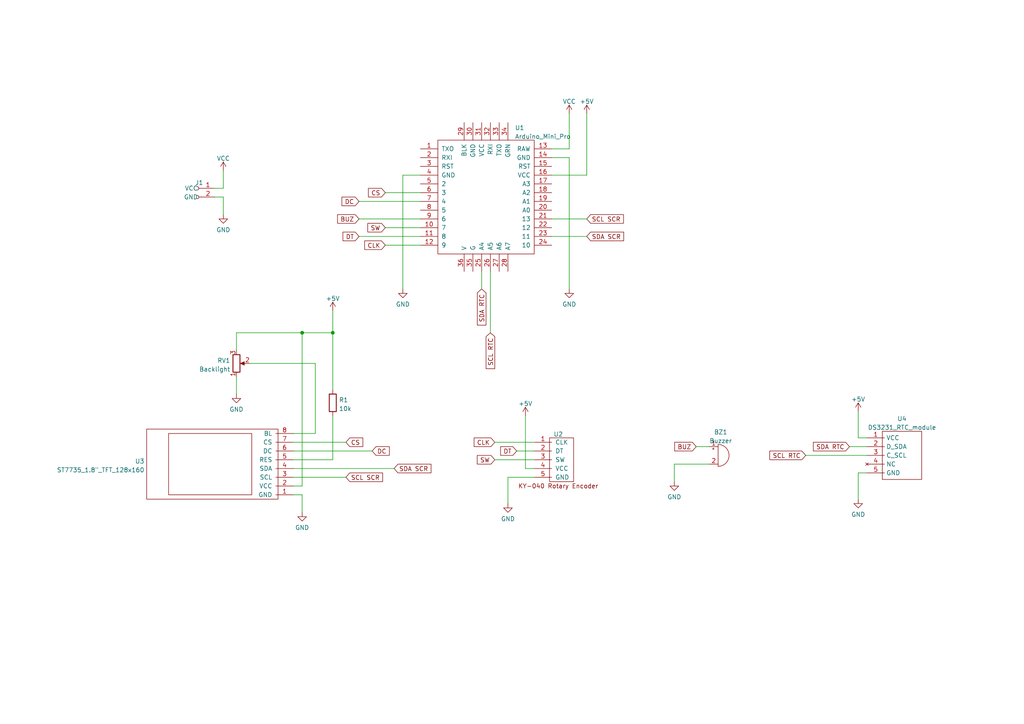
<source format=kicad_sch>
(kicad_sch (version 20211123) (generator eeschema)
  (paper "A4")
  (lib_symbols
    (symbol "Device:Buzzer" (pin_names (offset 0.0254) hide)
      (property "Reference" "BZ" (at 3.81 1.27 0))
      (property "Value" "Buzzer" (at 3.81 -1.27 0))
      (symbol "Buzzer_0_1"
        (arc (start 0 -3.175) (mid 3.175 0) (end 0 3.175))
        (polyline (pts (xy -1.651 1.905) (xy -1.143 1.905)))
        (polyline (pts (xy -1.397 2.159) (xy -1.397 1.651)))
        (polyline (pts (xy 0 3.175) (xy 0 -3.175)))
      )
      (symbol "Buzzer_1_1"
        (pin passive line (at -2.54 2.54 0) (length 2.54) (name "-") (number "1"))
        (pin passive line (at -2.54 -2.54 0) (length 2.54) (name "+") (number "2"))
      )
    )
    (symbol "Device:R" (pin_numbers hide) (pin_names (offset 0))
      (property "Reference" "R" (at 2.032 0 90))
      (property "Value" "R" (at 0 0 90))
      (symbol "R_0_1"
        (rectangle (start -1.016 -2.54) (end 1.016 2.54) (stroke (width 0.254)))
      )
      (symbol "R_1_1"
        (pin passive line (at 0 3.81 270) (length 1.27) (name "~") (number "1"))
        (pin passive line (at 0 -3.81 90) (length 1.27) (name "~") (number "2"))
      )
    )
    (symbol "Device:R_Potentiometer" (pin_names (offset 1.016) hide)
      (property "Reference" "RV" (at -4.445 0 90))
      (property "Value" "R_Potentiometer" (at -2.54 0 90))
      (symbol "R_Potentiometer_0_1"
        (polyline (pts (xy 2.54 0) (xy 1.524 0)))
        (polyline (pts (xy 1.143 0) (xy 2.286 0.508) (xy 2.286 -0.508) (xy 1.143 0)) (fill (type outline)))
        (rectangle (start 1.016 2.54) (end -1.016 -2.54) (stroke (width 0.254)))
      )
      (symbol "R_Potentiometer_1_1"
        (pin passive line (at 0 3.81 270) (length 1.27) (name "1") (number "1"))
        (pin passive line (at 3.81 0 180) (length 1.27) (name "2") (number "2"))
        (pin passive line (at 0 -3.81 90) (length 1.27) (name "3") (number "3"))
      )
    )
    (symbol "My_Arduino:Arduino_Mini_Pro" (pin_names (offset 1.016))
      (property "Reference" "U" (at 6.35 3.81 0))
      (property "Value" "Arduino_Mini_Pro" (at 1.27 7.62 0))
      (symbol "Arduino_Mini_Pro_0_1"
        (rectangle (start 5.08 2.54) (end 33.02 -30.48))
      )
      (symbol "Arduino_Mini_Pro_1_1"
        (pin output line (at 0 0 0) (length 5.08) (name "TXO") (number "1"))
        (pin bidirectional line (at 0 -22.86 0) (length 5.08) (name "7") (number "10"))
        (pin bidirectional line (at 0 -25.4 0) (length 5.08) (name "8") (number "11"))
        (pin bidirectional line (at 0 -27.94 0) (length 5.08) (name "9") (number "12"))
        (pin power_in line (at 38.1 0 180) (length 5.08) (name "RAW") (number "13"))
        (pin power_in line (at 38.1 -2.54 180) (length 5.08) (name "GND") (number "14"))
        (pin input line (at 38.1 -5.08 180) (length 5.08) (name "RST") (number "15"))
        (pin power_out line (at 38.1 -7.62 180) (length 5.08) (name "VCC") (number "16"))
        (pin bidirectional line (at 38.1 -10.16 180) (length 5.08) (name "A3") (number "17"))
        (pin bidirectional line (at 38.1 -12.7 180) (length 5.08) (name "A2") (number "18"))
        (pin bidirectional line (at 38.1 -15.24 180) (length 5.08) (name "A1") (number "19"))
        (pin input line (at 0 -2.54 0) (length 5.08) (name "RXI") (number "2"))
        (pin bidirectional line (at 38.1 -17.78 180) (length 5.08) (name "A0") (number "20"))
        (pin bidirectional line (at 38.1 -20.32 180) (length 5.08) (name "13") (number "21"))
        (pin bidirectional line (at 38.1 -22.86 180) (length 5.08) (name "12") (number "22"))
        (pin bidirectional line (at 38.1 -25.4 180) (length 5.08) (name "11") (number "23"))
        (pin bidirectional line (at 38.1 -27.94 180) (length 5.08) (name "10") (number "24"))
        (pin bidirectional line (at 17.78 -35.56 90) (length 5.08) (name "A4") (number "25"))
        (pin bidirectional line (at 20.32 -35.56 90) (length 5.08) (name "A5") (number "26"))
        (pin bidirectional line (at 22.86 -35.56 90) (length 5.08) (name "A6") (number "27"))
        (pin bidirectional line (at 25.4 -35.56 90) (length 5.08) (name "A7") (number "28"))
        (pin input line (at 12.7 7.62 270) (length 5.08) (name "BLK") (number "29"))
        (pin input line (at 0 -5.08 0) (length 5.08) (name "RST") (number "3"))
        (pin passive line (at 15.24 7.62 270) (length 5.08) (name "GND") (number "30"))
        (pin power_in line (at 17.78 7.62 270) (length 5.08) (name "VCC") (number "31"))
        (pin input line (at 20.32 7.62 270) (length 5.08) (name "RXI") (number "32"))
        (pin output line (at 22.86 7.62 270) (length 5.08) (name "TXO") (number "33"))
        (pin input line (at 25.4 7.62 270) (length 5.08) (name "GRN") (number "34"))
        (pin passive line (at 15.24 -35.56 90) (length 5.08) (name "G") (number "35"))
        (pin power_out line (at 12.7 -35.56 90) (length 5.08) (name "V") (number "36"))
        (pin passive line (at 0 -7.62 0) (length 5.08) (name "GND") (number "4"))
        (pin bidirectional line (at 0 -10.16 0) (length 5.08) (name "2") (number "5"))
        (pin bidirectional line (at 0 -12.7 0) (length 5.08) (name "3") (number "6"))
        (pin bidirectional line (at 0 -15.24 0) (length 5.08) (name "4") (number "7"))
        (pin bidirectional line (at 0 -17.78 0) (length 5.08) (name "5") (number "8"))
        (pin bidirectional line (at 0 -20.32 0) (length 5.08) (name "6") (number "9"))
      )
    )
    (symbol "My_Headers:2-pin_power_input_header" (pin_names (offset 1.016))
      (property "Reference" "J" (at 0 2.54 0))
      (symbol "2-pin_power_input_header_1_1"
        (arc (start 0 -2.032) (mid -0.508 -2.54) (end 0 -3.048) (stroke (width 0.1524)))
        (polyline (pts (xy -1.27 -2.54) (xy -0.508 -2.54)) (stroke (width 0.1524)))
        (polyline (pts (xy -1.27 0) (xy -0.508 0)) (stroke (width 0.1524)))
        (arc (start 0 0.508) (mid -0.508 0) (end 0 -0.508) (stroke (width 0.1524)))
        (pin power_out line (at -5.08 0 0) (length 3.81) (name "VCC") (number "1"))
        (pin power_out line (at -5.08 -2.54 0) (length 3.81) (name "GND") (number "2"))
      )
    )
    (symbol "My_Parts:DS3231_RTC_module"
      (property "Reference" "U" (at 5.715 3.175 0))
      (property "Value" "DS3231_RTC_module" (at 8.89 -13.335 0))
      (symbol "DS3231_RTC_module_0_1"
        (polyline (pts (xy 4.445 1.905) (xy 4.445 -12.065) (xy 15.875 -12.065) (xy 15.875 1.905) (xy 4.445 1.905)) (stroke (width 0.1524)))
      )
      (symbol "DS3231_RTC_module_1_1"
        (pin power_in line (at 0 -10.16 0) (length 5.08) (name "VCC") (number "1"))
        (pin bidirectional line (at 0 -7.62 0) (length 5.08) (name "D_SDA") (number "2"))
        (pin bidirectional line (at 0 -5.08 0) (length 5.08) (name "C_SCL") (number "3"))
        (pin no_connect line (at 0 -2.54 0) (length 5.08) (name "NC") (number "4"))
        (pin power_in line (at 0 0 0) (length 5.08) (name "GND") (number "5"))
      )
    )
    (symbol "My_Parts:KY-040_Rotary_Encoder" (pin_names (offset 1.016))
      (property "Reference" "U" (at 0.635 2.54 0))
      (symbol "KY-040_Rotary_Encoder_0_0"
        (text "KY-040 Rotary Encoder" (at 1.905 -12.7 0) (effects (font (size 1.27 1.27))))
      )
      (symbol "KY-040_Rotary_Encoder_0_1"
        (rectangle (start -0.635 -11.43) (end 6.35 1.27))
      )
      (symbol "KY-040_Rotary_Encoder_1_1"
        (pin output line (at -5.08 0 0) (length 5.08) (name "CLK") (number "1"))
        (pin output line (at -5.08 -2.54 0) (length 5.08) (name "DT") (number "2"))
        (pin output line (at -5.08 -5.08 0) (length 5.08) (name "SW") (number "3"))
        (pin power_in line (at -5.08 -7.62 0) (length 5.08) (name "VCC") (number "4"))
        (pin power_in line (at -5.08 -10.16 0) (length 5.08) (name "GND") (number "5"))
      )
    )
    (symbol "My_Parts:ST7735_1.8{dblquote}_TFT_128x160" (pin_names (offset 1.016))
      (property "Reference" "U" (at 6.35 3.175 0))
      (property "Value" "ST7735_1.8{dblquote}_TFT_128x160" (at 24.13 -20.955 0))
      (symbol "ST7735_1.8{dblquote}_TFT_128x160_0_1"
        (rectangle (start 4.445 1.27) (end 42.545 -19.05))
        (rectangle (start 12.065 0) (end 36.195 -17.78))
      )
      (symbol "ST7735_1.8{dblquote}_TFT_128x160_1_1"
        (pin power_in line (at 0 -17.78 0) (length 5.08) (name "GND") (number "1"))
        (pin power_in line (at 0 -15.24 0) (length 5.08) (name "VCC") (number "2"))
        (pin input line (at 0 -12.7 0) (length 5.08) (name "SCL") (number "3"))
        (pin input line (at 0 -10.16 0) (length 5.08) (name "SDA") (number "4"))
        (pin input line (at 0 -7.62 0) (length 5.08) (name "RES") (number "5"))
        (pin input line (at 0 -5.08 0) (length 5.08) (name "DC") (number "6"))
        (pin input line (at 0 -2.54 0) (length 5.08) (name "CS") (number "7"))
        (pin input line (at 0 0 0) (length 5.08) (name "BL") (number "8"))
      )
    )
    (symbol "power:+5V" (power) (pin_names (offset 0))
      (property "Value" "+5V" (at 0 3.556 0))
      (symbol "+5V_0_1"
        (polyline (pts (xy -0.762 1.27) (xy 0 2.54)))
        (polyline (pts (xy 0 0) (xy 0 2.54)))
        (polyline (pts (xy 0 2.54) (xy 0.762 1.27)))
      )
      (symbol "+5V_1_1"
        (pin power_in line (at 0 0 90) (length 0) hide (name "+5V") (number "1"))
      )
    )
    (symbol "power:GND" (power) (pin_names (offset 0))
      (property "Value" "GND" (at 0 -3.81 0))
      (symbol "GND_0_1"
        (polyline (pts (xy 0 0) (xy 0 -1.27) (xy 1.27 -1.27) (xy 0 -2.54) (xy -1.27 -1.27) (xy 0 -1.27)))
      )
      (symbol "GND_1_1"
        (pin power_in line (at 0 0 270) (length 0) hide (name "GND") (number "1"))
      )
    )
    (symbol "power:VCC" (power) (pin_names (offset 0))
      (property "Value" "VCC" (at 0 3.81 0))
      (symbol "VCC_0_1"
        (polyline (pts (xy -0.762 1.27) (xy 0 2.54)))
        (polyline (pts (xy 0 0) (xy 0 2.54)))
        (polyline (pts (xy 0 2.54) (xy 0.762 1.27)))
      )
      (symbol "VCC_1_1"
        (pin power_in line (at 0 0 90) (length 0) hide (name "VCC") (number "1"))
      )
    )
  )
  (junction (at 96.52 96.52))
  (junction (at 87.63 96.52))
  (wire (pts (xy 64.77 57.15) (xy 64.77 62.23)))
  (wire (pts (xy 62.23 54.61) (xy 64.77 54.61)))
  (wire (pts (xy 160.02 63.5) (xy 170.18 63.5)))
  (wire (pts (xy 111.76 71.12) (xy 121.92 71.12)))
  (wire (pts (xy 68.58 96.52) (xy 87.63 96.52)))
  (wire (pts (xy 165.1 33.02) (xy 165.1 43.18)))
  (wire (pts (xy 160.02 43.18) (xy 165.1 43.18)))
  (wire (pts (xy 233.68 132.08) (xy 251.46 132.08)))
  (wire (pts (xy 154.94 138.43) (xy 147.32 138.43)))
  (wire (pts (xy 111.76 55.88) (xy 121.92 55.88)))
  (wire (pts (xy 85.09 128.27) (xy 100.33 128.27)))
  (wire (pts (xy 248.92 127) (xy 248.92 119.38)))
  (wire (pts (xy 195.58 134.62) (xy 195.58 139.7)))
  (wire (pts (xy 170.18 33.02) (xy 170.18 50.8)))
  (wire (pts (xy 165.1 83.82) (xy 165.1 45.72)))
  (wire (pts (xy 143.51 133.35) (xy 154.94 133.35)))
  (wire (pts (xy 104.14 68.58) (xy 121.92 68.58)))
  (wire (pts (xy 68.58 109.22) (xy 68.58 114.3)))
  (wire (pts (xy 91.44 105.41) (xy 91.44 125.73)))
  (wire (pts (xy 64.77 54.61) (xy 64.77 49.53)))
  (wire (pts (xy 87.63 143.51) (xy 87.63 148.59)))
  (wire (pts (xy 121.92 58.42) (xy 104.14 58.42)))
  (wire (pts (xy 85.09 143.51) (xy 87.63 143.51)))
  (wire (pts (xy 248.92 144.78) (xy 248.92 137.16)))
  (wire (pts (xy 139.7 78.74) (xy 139.7 83.82)))
  (wire (pts (xy 152.4 135.89) (xy 152.4 120.65)))
  (wire (pts (xy 87.63 96.52) (xy 87.63 140.97)))
  (wire (pts (xy 85.09 135.89) (xy 114.3 135.89)))
  (wire (pts (xy 147.32 138.43) (xy 147.32 146.05)))
  (wire (pts (xy 111.76 66.04) (xy 121.92 66.04)))
  (wire (pts (xy 205.74 134.62) (xy 195.58 134.62)))
  (wire (pts (xy 248.92 127) (xy 251.46 127)))
  (wire (pts (xy 160.02 68.58) (xy 170.18 68.58)))
  (wire (pts (xy 85.09 140.97) (xy 87.63 140.97)))
  (wire (pts (xy 143.51 128.27) (xy 154.94 128.27)))
  (wire (pts (xy 72.39 105.41) (xy 91.44 105.41)))
  (wire (pts (xy 96.52 113.03) (xy 96.52 96.52)))
  (wire (pts (xy 87.63 96.52) (xy 96.52 96.52)))
  (wire (pts (xy 96.52 133.35) (xy 96.52 120.65)))
  (wire (pts (xy 104.14 63.5) (xy 121.92 63.5)))
  (wire (pts (xy 68.58 101.6) (xy 68.58 96.52)))
  (wire (pts (xy 85.09 130.81) (xy 107.95 130.81)))
  (wire (pts (xy 85.09 133.35) (xy 96.52 133.35)))
  (wire (pts (xy 154.94 130.81) (xy 149.86 130.81)))
  (wire (pts (xy 85.09 138.43) (xy 100.33 138.43)))
  (wire (pts (xy 160.02 50.8) (xy 170.18 50.8)))
  (wire (pts (xy 85.09 125.73) (xy 91.44 125.73)))
  (wire (pts (xy 154.94 135.89) (xy 152.4 135.89)))
  (wire (pts (xy 248.92 137.16) (xy 251.46 137.16)))
  (wire (pts (xy 246.38 129.54) (xy 251.46 129.54)))
  (wire (pts (xy 96.52 90.17) (xy 96.52 96.52)))
  (wire (pts (xy 116.84 50.8) (xy 116.84 83.82)))
  (wire (pts (xy 201.93 129.54) (xy 205.74 129.54)))
  (wire (pts (xy 160.02 45.72) (xy 165.1 45.72)))
  (wire (pts (xy 142.24 78.74) (xy 142.24 96.52)))
  (wire (pts (xy 121.92 50.8) (xy 116.84 50.8)))
  (wire (pts (xy 62.23 57.15) (xy 64.77 57.15)))
  (global_label "SCL SCR" (shape input) (at 170.18 63.5 0) (property "Intersheet References" "${INTERSHEET_REFS}" (effects hide)))
  (global_label "SDA SCR" (shape input) (at 170.18 68.58 0) (property "Intersheet References" "${INTERSHEET_REFS}" (effects hide)))
  (global_label "DT" (shape input) (at 149.86 130.81 180) (property "Intersheet References" "${INTERSHEET_REFS}" (effects hide)))
  (global_label "SDA RTC" (shape input) (at 139.7 83.82 270) (property "Intersheet References" "${INTERSHEET_REFS}" (effects hide)))
  (global_label "CLK" (shape input) (at 143.51 128.27 180) (property "Intersheet References" "${INTERSHEET_REFS}" (effects hide)))
  (global_label "BUZ" (shape input) (at 104.14 63.5 180) (property "Intersheet References" "${INTERSHEET_REFS}" (effects hide)))
  (global_label "CS" (shape input) (at 111.76 55.88 180) (property "Intersheet References" "${INTERSHEET_REFS}" (effects hide)))
  (global_label "SCL RTC" (shape input) (at 142.24 96.52 270) (property "Intersheet References" "${INTERSHEET_REFS}" (effects hide)))
  (global_label "SDA SCR" (shape input) (at 114.3 135.89 0) (property "Intersheet References" "${INTERSHEET_REFS}" (effects hide)))
  (global_label "DC" (shape input) (at 104.14 58.42 180) (property "Intersheet References" "${INTERSHEET_REFS}" (effects hide)))
  (global_label "SW" (shape input) (at 143.51 133.35 180) (property "Intersheet References" "${INTERSHEET_REFS}" (effects hide)))
  (global_label "DC" (shape input) (at 107.95 130.81 0) (property "Intersheet References" "${INTERSHEET_REFS}" (effects hide)))
  (global_label "SW" (shape input) (at 111.76 66.04 180) (property "Intersheet References" "${INTERSHEET_REFS}" (effects hide)))
  (global_label "BUZ" (shape input) (at 201.93 129.54 180) (property "Intersheet References" "${INTERSHEET_REFS}" (effects hide)))
  (global_label "SCL RTC" (shape input) (at 233.68 132.08 180) (property "Intersheet References" "${INTERSHEET_REFS}" (effects hide)))
  (global_label "CLK" (shape input) (at 111.76 71.12 180) (property "Intersheet References" "${INTERSHEET_REFS}" (effects hide)))
  (global_label "SDA RTC" (shape input) (at 246.38 129.54 180) (property "Intersheet References" "${INTERSHEET_REFS}" (effects hide)))
  (global_label "SCL SCR" (shape input) (at 100.33 138.43 0) (property "Intersheet References" "${INTERSHEET_REFS}" (effects hide)))
  (global_label "CS" (shape input) (at 100.33 128.27 0) (property "Intersheet References" "${INTERSHEET_REFS}" (effects hide)))
  (global_label "DT" (shape input) (at 104.14 68.58 180) (property "Intersheet References" "${INTERSHEET_REFS}" (effects hide)))
  (symbol (lib_id "My_Arduino:Arduino_Mini_Pro") (at 121.92 43.18 0) (unit 1)
    (property "Reference" "U1" (at 149.3394 37.0672 0) (effects (justify left)))
    (property "Value" "Arduino_Mini_Pro" (at 149.3394 39.6041 0) (effects (justify left)))
    (property "Footprint" "My_Arduino:Arduino_Pro_Mini_vA_sides_n_A4,A5_large" (effects hide))
  )
  (symbol (lib_id "My_Parts:ST7735_1.8{dblquote}_TFT_128x160") (at 85.09 125.73 0) (mirror y) (unit 1)
    (property "Reference" "U3" (at 41.91 133.7853 0) (effects (justify left)))
    (property "Value" "ST7735_1.8\"_TFT_128x160" (at 41.91 136.3222 0) (effects (justify left)))
    (property "Footprint" "My_Parts:ST7735_1.8_TFT_display_128x160_large" (effects hide))
  )
  (symbol (lib_id "power:GND") (at 165.1 83.82 0) (unit 1)
    (property "Reference" "#PWR0113" (effects hide))
    (property "Value" "GND" (at 165.1 88.2634 0))
  )
  (symbol (lib_id "power:GND") (at 147.32 146.05 0) (unit 1)
    (property "Reference" "#PWR0112" (effects hide))
    (property "Value" "GND" (at 147.32 150.4934 0))
  )
  (symbol (lib_id "Device:R_Potentiometer") (at 68.58 105.41 0) (mirror x) (unit 1)
    (property "Reference" "RV1" (at 66.8021 104.5753 0) (effects (justify right)))
    (property "Value" "Backlight" (at 66.8021 107.1122 0) (effects (justify right)))
    (property "Footprint" "My_Misc:Potentiometer_Bourns_3339P_Vertical_large" (effects hide))
  )
  (symbol (lib_id "power:VCC") (at 165.1 33.02 0) (unit 1)
    (property "Reference" "#PWR0105" (effects hide))
    (property "Value" "VCC" (at 165.1 29.4442 0))
  )
  (symbol (lib_id "My_Parts:KY-040_Rotary_Encoder") (at 160.02 128.27 0) (unit 1)
    (property "Reference" "U2" (at 161.9251 125.9642 0))
    (property "Value" "KY-040_Rotary_Encoder" (effects hide))
    (property "Footprint" "My_Parts:KY-040_rotary_encoder module_w_header_large" (effects hide))
  )
  (symbol (lib_id "power:VCC") (at 64.77 49.53 0) (unit 1)
    (property "Reference" "#PWR0107" (effects hide))
    (property "Value" "VCC" (at 64.77 45.9542 0))
  )
  (symbol (lib_id "Device:R") (at 96.52 116.84 0) (unit 1)
    (property "Reference" "R1" (at 98.298 116.0053 0) (effects (justify left)))
    (property "Value" "10k" (at 98.298 118.5422 0) (effects (justify left)))
    (property "Footprint" "My_Misc:R_Axial_DIN0207_L6.3mm_D2.5mm_P10.16mm_Horizontal_larger_pads" (effects hide))
  )
  (symbol (lib_id "power:+5V") (at 170.18 33.02 0) (unit 1)
    (property "Reference" "#PWR0106" (effects hide))
    (property "Value" "+5V" (at 170.18 29.4442 0))
  )
  (symbol (lib_id "Device:Buzzer") (at 208.28 132.08 0) (unit 1)
    (property "Reference" "BZ1" (at 209.042 125.3322 0))
    (property "Value" "Buzzer" (at 209.042 127.8691 0))
    (property "Footprint" "My_Misc:Buzzer_TDK_PS1240P02BT_D12.2mm_H6.5mm_large" (effects hide))
  )
  (symbol (lib_id "power:+5V") (at 152.4 120.65 0) (unit 1)
    (property "Reference" "#PWR0114" (effects hide))
    (property "Value" "+5V" (at 152.4 117.0742 0))
  )
  (symbol (lib_id "power:GND") (at 64.77 62.23 0) (unit 1)
    (property "Reference" "#PWR0108" (effects hide))
    (property "Value" "GND" (at 64.77 66.6734 0))
  )
  (symbol (lib_id "power:GND") (at 87.63 148.59 0) (mirror y) (unit 1)
    (property "Reference" "#PWR0103" (effects hide))
    (property "Value" "GND" (at 87.63 153.0334 0))
  )
  (symbol (lib_id "power:GND") (at 116.84 83.82 0) (unit 1)
    (property "Reference" "#PWR0109" (effects hide))
    (property "Value" "GND" (at 116.84 88.2634 0))
  )
  (symbol (lib_id "power:GND") (at 248.92 144.78 0) (unit 1)
    (property "Reference" "#PWR0102" (effects hide))
    (property "Value" "GND" (at 248.92 149.2234 0))
  )
  (symbol (lib_id "My_Headers:2-pin_power_input_header") (at 57.15 54.61 0) (mirror y) (unit 1)
    (property "Reference" "J1" (at 57.785 52.99 0))
    (property "Value" "2-pin_power_input_header" (effects hide))
    (property "Footprint" "My_Headers:2-pin_power_input_header" (effects hide))
  )
  (symbol (lib_id "power:+5V") (at 96.52 90.17 0) (mirror y) (unit 1)
    (property "Reference" "#PWR0101" (effects hide))
    (property "Value" "+5V" (at 96.52 86.5942 0))
  )
  (symbol (lib_id "power:GND") (at 195.58 139.7 0) (mirror y) (unit 1)
    (property "Reference" "#PWR0110" (effects hide))
    (property "Value" "GND" (at 195.58 144.1434 0))
  )
  (symbol (lib_id "power:GND") (at 68.58 114.3 0) (unit 1)
    (property "Reference" "#PWR0111" (effects hide))
    (property "Value" "GND" (at 68.58 118.7434 0))
  )
  (symbol (lib_id "power:+5V") (at 248.92 119.38 0) (unit 1)
    (property "Reference" "#PWR0104" (effects hide))
    (property "Value" "+5V" (at 248.92 115.8042 0))
  )
  (symbol (lib_id "My_Parts:DS3231_RTC_module") (at 251.46 137.16 0) (mirror x) (unit 1)
    (property "Reference" "U4" (at 261.62 121.446 0))
    (property "Value" "DS3231_RTC_module" (at 261.62 123.9829 0))
    (property "Footprint" "My_Parts:DS3231_RTC_module_large" (effects hide))
  )
)
</source>
